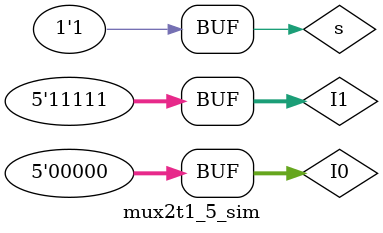
<source format=v>
`timescale 1ns / 1ps


module mux2t1_5_sim;

	// Inputs
	reg [4:0] I0;
	reg [4:0] I1;
	reg s;

	// Outputs
	wire [4:0] o;

	// Instantiate the Unit Under Test (UUT)
	MUX2T1_5 uut (
		.I0(I0), 
		.I1(I1), 
		.s(s), 
		.o(o)
	);

	initial begin
		I0 = 0;
		I1 = 5'b11111;
		s = 0;
		#100;
		s = 1;
		#100;
		// Wait 100 ns for global reset to finish
		#100;
        
		// Add stimulus here

	end
      
endmodule


</source>
